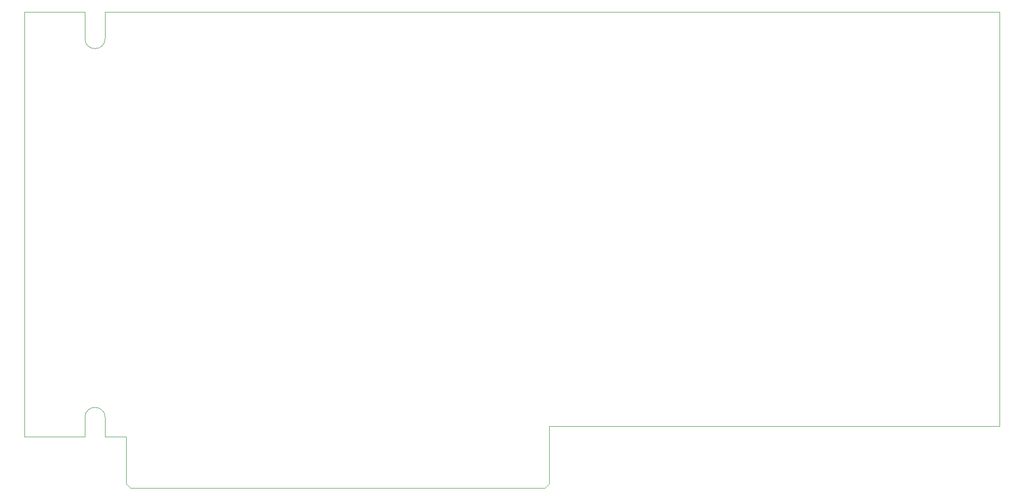
<source format=gbr>
G04 #@! TF.GenerationSoftware,KiCad,Pcbnew,(5.1.8)-1*
G04 #@! TF.CreationDate,2021-07-09T23:37:54+09:00*
G04 #@! TF.ProjectId,L3PSG6n9,4c335053-4736-46e3-992e-6b696361645f,0.2*
G04 #@! TF.SameCoordinates,PX1059ca8PY83885d0*
G04 #@! TF.FileFunction,Profile,NP*
%FSLAX46Y46*%
G04 Gerber Fmt 4.6, Leading zero omitted, Abs format (unit mm)*
G04 Created by KiCad (PCBNEW (5.1.8)-1) date 2021-07-09 23:37:54*
%MOMM*%
%LPD*%
G01*
G04 APERTURE LIST*
G04 #@! TA.AperFunction,Profile*
%ADD10C,0.050000*%
G04 #@! TD*
G04 APERTURE END LIST*
D10*
X10668000Y84074000D02*
X0Y84074000D01*
X14224000Y79375000D02*
X14224000Y84074000D01*
X10668000Y79375000D02*
X10668000Y84074000D01*
X14224000Y79375000D02*
G75*
G02*
X10668000Y79375000I-1778000J0D01*
G01*
X14224000Y9017000D02*
X17907000Y9017000D01*
X14224000Y12446000D02*
X14224000Y9017000D01*
X10668000Y12446000D02*
X10668000Y9017000D01*
X10668000Y12446000D02*
G75*
G02*
X14224000Y12446000I1778000J0D01*
G01*
X17907000Y762000D02*
X18669000Y0D01*
X0Y9017000D02*
X0Y84074000D01*
X10668000Y9017000D02*
X0Y9017000D01*
X172085000Y84074000D02*
X14224000Y84074000D01*
X172085000Y10922000D02*
X172085000Y84074000D01*
X92583000Y10922000D02*
X172085000Y10922000D01*
X92583000Y762000D02*
X92583000Y10922000D01*
X91821000Y0D02*
X92583000Y762000D01*
X18669000Y0D02*
X91821000Y0D01*
X17907000Y9017000D02*
X17907000Y762000D01*
M02*

</source>
